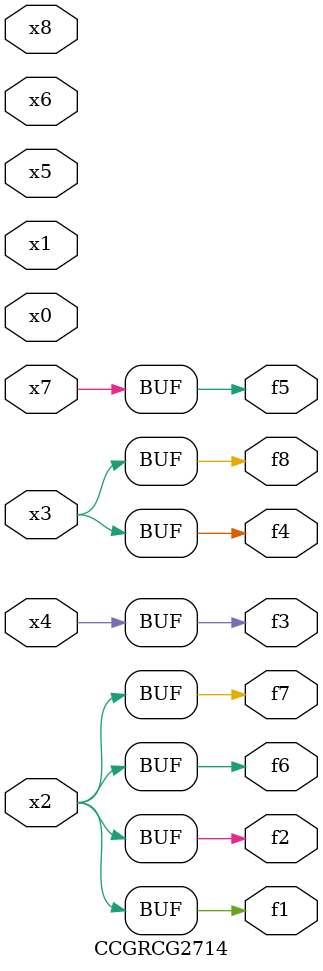
<source format=v>
module CCGRCG2714(
	input x0, x1, x2, x3, x4, x5, x6, x7, x8,
	output f1, f2, f3, f4, f5, f6, f7, f8
);
	assign f1 = x2;
	assign f2 = x2;
	assign f3 = x4;
	assign f4 = x3;
	assign f5 = x7;
	assign f6 = x2;
	assign f7 = x2;
	assign f8 = x3;
endmodule

</source>
